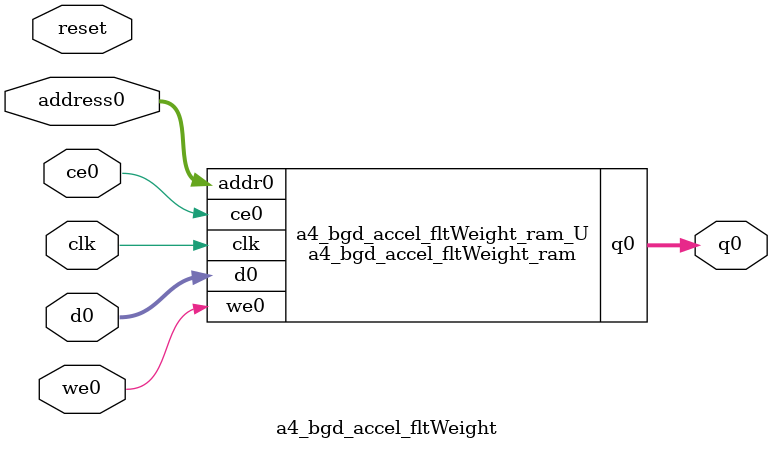
<source format=v>
`timescale 1 ns / 1 ps
module a4_bgd_accel_fltWeight_ram (addr0, ce0, d0, we0, q0,  clk);

parameter DWIDTH = 32;
parameter AWIDTH = 13;
parameter MEM_SIZE = 7850;

input[AWIDTH-1:0] addr0;
input ce0;
input[DWIDTH-1:0] d0;
input we0;
output reg[DWIDTH-1:0] q0;
input clk;

(* ram_style = "block" *)reg [DWIDTH-1:0] ram[0:MEM_SIZE-1];




always @(posedge clk)  
begin 
    if (ce0) 
    begin
        if (we0) 
        begin 
            ram[addr0] <= d0; 
        end 
        q0 <= ram[addr0];
    end
end


endmodule

`timescale 1 ns / 1 ps
module a4_bgd_accel_fltWeight(
    reset,
    clk,
    address0,
    ce0,
    we0,
    d0,
    q0);

parameter DataWidth = 32'd32;
parameter AddressRange = 32'd7850;
parameter AddressWidth = 32'd13;
input reset;
input clk;
input[AddressWidth - 1:0] address0;
input ce0;
input we0;
input[DataWidth - 1:0] d0;
output[DataWidth - 1:0] q0;



a4_bgd_accel_fltWeight_ram a4_bgd_accel_fltWeight_ram_U(
    .clk( clk ),
    .addr0( address0 ),
    .ce0( ce0 ),
    .we0( we0 ),
    .d0( d0 ),
    .q0( q0 ));

endmodule


</source>
